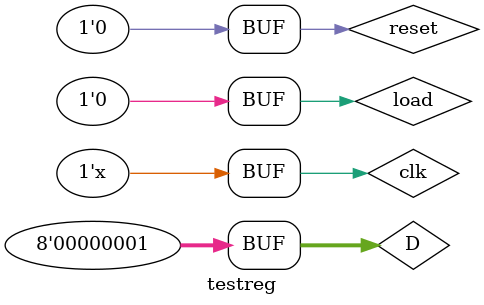
<source format=sv>
`timescale 1ns / 1ps

module testreg();
    // Parámetros
    localparam N = 8;
    
    // Señales de entrada
    logic clk;
    logic reset;
    logic load;
    logic [N-1:0] D;
    
    // Señales de salida
    logic [N-1:0] Q;
    
    // Instancia del módulo
    reg_param #(N) dut (
        .clk(clk),
        .reset(reset),
        .load(load),
        .D(D),
        .Q(Q)
    );
    
    // Generación de señales de prueba
    initial begin
        clk = 0;
        reset = 0;
        load = 0;
        D = 'b0;
        
        #5 reset = 1;
        #10 reset = 0;
        
        #5 load = 1;
        #5 D = 'b10101010;
        #10 load = 0;
        
        #20 D = 'b000001;
        
        
        // Agregar aquí más casos de prueba según sea necesario
        
        // Terminar la simulación
    end
    
    // Generación de clock
    always begin
        #5 clk = ~clk;
    end
endmodule


</source>
